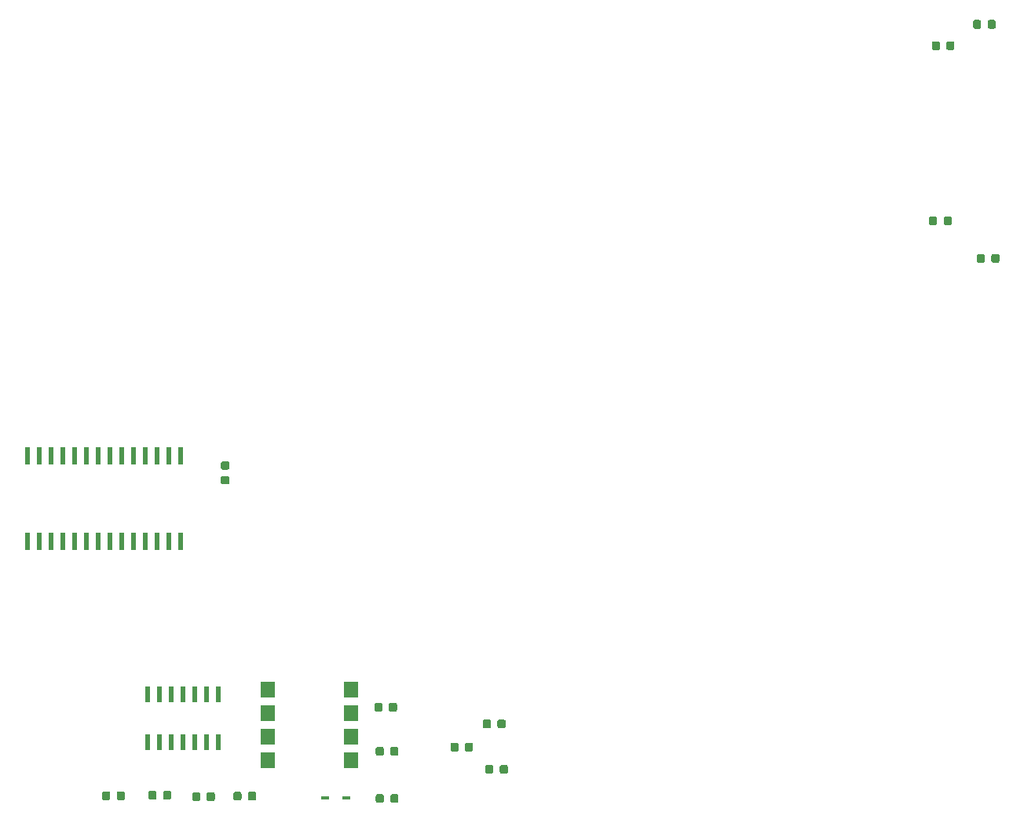
<source format=gbr>
G04 #@! TF.GenerationSoftware,KiCad,Pcbnew,(5.1.5-0-10_14)*
G04 #@! TF.CreationDate,2020-11-09T19:07:26-05:00*
G04 #@! TF.ProjectId,rainboard_newfighter,7261696e-626f-4617-9264-5f6e65776669,rev?*
G04 #@! TF.SameCoordinates,Original*
G04 #@! TF.FileFunction,Paste,Top*
G04 #@! TF.FilePolarity,Positive*
%FSLAX46Y46*%
G04 Gerber Fmt 4.6, Leading zero omitted, Abs format (unit mm)*
G04 Created by KiCad (PCBNEW (5.1.5-0-10_14)) date 2020-11-09 19:07:26*
%MOMM*%
%LPD*%
G04 APERTURE LIST*
%ADD10R,1.520000X1.780000*%
%ADD11C,0.100000*%
%ADD12R,0.820000X0.440000*%
%ADD13R,0.533400X1.701800*%
%ADD14R,0.600000X1.900000*%
G04 APERTURE END LIST*
D10*
X-17345000Y-110090000D03*
X-17345000Y-112630000D03*
X-17345000Y-115170000D03*
X-17345000Y-117710000D03*
X-26355000Y-117710000D03*
X-26355000Y-115170000D03*
X-26355000Y-112630000D03*
X-26355000Y-110090000D03*
D11*
G36*
X-32222309Y-121176053D02*
G01*
X-32201074Y-121179203D01*
X-32180250Y-121184419D01*
X-32160038Y-121191651D01*
X-32140632Y-121200830D01*
X-32122219Y-121211866D01*
X-32104976Y-121224654D01*
X-32089070Y-121239070D01*
X-32074654Y-121254976D01*
X-32061866Y-121272219D01*
X-32050830Y-121290632D01*
X-32041651Y-121310038D01*
X-32034419Y-121330250D01*
X-32029203Y-121351074D01*
X-32026053Y-121372309D01*
X-32025000Y-121393750D01*
X-32025000Y-121906250D01*
X-32026053Y-121927691D01*
X-32029203Y-121948926D01*
X-32034419Y-121969750D01*
X-32041651Y-121989962D01*
X-32050830Y-122009368D01*
X-32061866Y-122027781D01*
X-32074654Y-122045024D01*
X-32089070Y-122060930D01*
X-32104976Y-122075346D01*
X-32122219Y-122088134D01*
X-32140632Y-122099170D01*
X-32160038Y-122108349D01*
X-32180250Y-122115581D01*
X-32201074Y-122120797D01*
X-32222309Y-122123947D01*
X-32243750Y-122125000D01*
X-32681250Y-122125000D01*
X-32702691Y-122123947D01*
X-32723926Y-122120797D01*
X-32744750Y-122115581D01*
X-32764962Y-122108349D01*
X-32784368Y-122099170D01*
X-32802781Y-122088134D01*
X-32820024Y-122075346D01*
X-32835930Y-122060930D01*
X-32850346Y-122045024D01*
X-32863134Y-122027781D01*
X-32874170Y-122009368D01*
X-32883349Y-121989962D01*
X-32890581Y-121969750D01*
X-32895797Y-121948926D01*
X-32898947Y-121927691D01*
X-32900000Y-121906250D01*
X-32900000Y-121393750D01*
X-32898947Y-121372309D01*
X-32895797Y-121351074D01*
X-32890581Y-121330250D01*
X-32883349Y-121310038D01*
X-32874170Y-121290632D01*
X-32863134Y-121272219D01*
X-32850346Y-121254976D01*
X-32835930Y-121239070D01*
X-32820024Y-121224654D01*
X-32802781Y-121211866D01*
X-32784368Y-121200830D01*
X-32764962Y-121191651D01*
X-32744750Y-121184419D01*
X-32723926Y-121179203D01*
X-32702691Y-121176053D01*
X-32681250Y-121175000D01*
X-32243750Y-121175000D01*
X-32222309Y-121176053D01*
G37*
G36*
X-33797309Y-121176053D02*
G01*
X-33776074Y-121179203D01*
X-33755250Y-121184419D01*
X-33735038Y-121191651D01*
X-33715632Y-121200830D01*
X-33697219Y-121211866D01*
X-33679976Y-121224654D01*
X-33664070Y-121239070D01*
X-33649654Y-121254976D01*
X-33636866Y-121272219D01*
X-33625830Y-121290632D01*
X-33616651Y-121310038D01*
X-33609419Y-121330250D01*
X-33604203Y-121351074D01*
X-33601053Y-121372309D01*
X-33600000Y-121393750D01*
X-33600000Y-121906250D01*
X-33601053Y-121927691D01*
X-33604203Y-121948926D01*
X-33609419Y-121969750D01*
X-33616651Y-121989962D01*
X-33625830Y-122009368D01*
X-33636866Y-122027781D01*
X-33649654Y-122045024D01*
X-33664070Y-122060930D01*
X-33679976Y-122075346D01*
X-33697219Y-122088134D01*
X-33715632Y-122099170D01*
X-33735038Y-122108349D01*
X-33755250Y-122115581D01*
X-33776074Y-122120797D01*
X-33797309Y-122123947D01*
X-33818750Y-122125000D01*
X-34256250Y-122125000D01*
X-34277691Y-122123947D01*
X-34298926Y-122120797D01*
X-34319750Y-122115581D01*
X-34339962Y-122108349D01*
X-34359368Y-122099170D01*
X-34377781Y-122088134D01*
X-34395024Y-122075346D01*
X-34410930Y-122060930D01*
X-34425346Y-122045024D01*
X-34438134Y-122027781D01*
X-34449170Y-122009368D01*
X-34458349Y-121989962D01*
X-34465581Y-121969750D01*
X-34470797Y-121948926D01*
X-34473947Y-121927691D01*
X-34475000Y-121906250D01*
X-34475000Y-121393750D01*
X-34473947Y-121372309D01*
X-34470797Y-121351074D01*
X-34465581Y-121330250D01*
X-34458349Y-121310038D01*
X-34449170Y-121290632D01*
X-34438134Y-121272219D01*
X-34425346Y-121254976D01*
X-34410930Y-121239070D01*
X-34395024Y-121224654D01*
X-34377781Y-121211866D01*
X-34359368Y-121200830D01*
X-34339962Y-121191651D01*
X-34319750Y-121184419D01*
X-34298926Y-121179203D01*
X-34277691Y-121176053D01*
X-34256250Y-121175000D01*
X-33818750Y-121175000D01*
X-33797309Y-121176053D01*
G37*
G36*
X-13997309Y-116276053D02*
G01*
X-13976074Y-116279203D01*
X-13955250Y-116284419D01*
X-13935038Y-116291651D01*
X-13915632Y-116300830D01*
X-13897219Y-116311866D01*
X-13879976Y-116324654D01*
X-13864070Y-116339070D01*
X-13849654Y-116354976D01*
X-13836866Y-116372219D01*
X-13825830Y-116390632D01*
X-13816651Y-116410038D01*
X-13809419Y-116430250D01*
X-13804203Y-116451074D01*
X-13801053Y-116472309D01*
X-13800000Y-116493750D01*
X-13800000Y-117006250D01*
X-13801053Y-117027691D01*
X-13804203Y-117048926D01*
X-13809419Y-117069750D01*
X-13816651Y-117089962D01*
X-13825830Y-117109368D01*
X-13836866Y-117127781D01*
X-13849654Y-117145024D01*
X-13864070Y-117160930D01*
X-13879976Y-117175346D01*
X-13897219Y-117188134D01*
X-13915632Y-117199170D01*
X-13935038Y-117208349D01*
X-13955250Y-117215581D01*
X-13976074Y-117220797D01*
X-13997309Y-117223947D01*
X-14018750Y-117225000D01*
X-14456250Y-117225000D01*
X-14477691Y-117223947D01*
X-14498926Y-117220797D01*
X-14519750Y-117215581D01*
X-14539962Y-117208349D01*
X-14559368Y-117199170D01*
X-14577781Y-117188134D01*
X-14595024Y-117175346D01*
X-14610930Y-117160930D01*
X-14625346Y-117145024D01*
X-14638134Y-117127781D01*
X-14649170Y-117109368D01*
X-14658349Y-117089962D01*
X-14665581Y-117069750D01*
X-14670797Y-117048926D01*
X-14673947Y-117027691D01*
X-14675000Y-117006250D01*
X-14675000Y-116493750D01*
X-14673947Y-116472309D01*
X-14670797Y-116451074D01*
X-14665581Y-116430250D01*
X-14658349Y-116410038D01*
X-14649170Y-116390632D01*
X-14638134Y-116372219D01*
X-14625346Y-116354976D01*
X-14610930Y-116339070D01*
X-14595024Y-116324654D01*
X-14577781Y-116311866D01*
X-14559368Y-116300830D01*
X-14539962Y-116291651D01*
X-14519750Y-116284419D01*
X-14498926Y-116279203D01*
X-14477691Y-116276053D01*
X-14456250Y-116275000D01*
X-14018750Y-116275000D01*
X-13997309Y-116276053D01*
G37*
G36*
X-12422309Y-116276053D02*
G01*
X-12401074Y-116279203D01*
X-12380250Y-116284419D01*
X-12360038Y-116291651D01*
X-12340632Y-116300830D01*
X-12322219Y-116311866D01*
X-12304976Y-116324654D01*
X-12289070Y-116339070D01*
X-12274654Y-116354976D01*
X-12261866Y-116372219D01*
X-12250830Y-116390632D01*
X-12241651Y-116410038D01*
X-12234419Y-116430250D01*
X-12229203Y-116451074D01*
X-12226053Y-116472309D01*
X-12225000Y-116493750D01*
X-12225000Y-117006250D01*
X-12226053Y-117027691D01*
X-12229203Y-117048926D01*
X-12234419Y-117069750D01*
X-12241651Y-117089962D01*
X-12250830Y-117109368D01*
X-12261866Y-117127781D01*
X-12274654Y-117145024D01*
X-12289070Y-117160930D01*
X-12304976Y-117175346D01*
X-12322219Y-117188134D01*
X-12340632Y-117199170D01*
X-12360038Y-117208349D01*
X-12380250Y-117215581D01*
X-12401074Y-117220797D01*
X-12422309Y-117223947D01*
X-12443750Y-117225000D01*
X-12881250Y-117225000D01*
X-12902691Y-117223947D01*
X-12923926Y-117220797D01*
X-12944750Y-117215581D01*
X-12964962Y-117208349D01*
X-12984368Y-117199170D01*
X-13002781Y-117188134D01*
X-13020024Y-117175346D01*
X-13035930Y-117160930D01*
X-13050346Y-117145024D01*
X-13063134Y-117127781D01*
X-13074170Y-117109368D01*
X-13083349Y-117089962D01*
X-13090581Y-117069750D01*
X-13095797Y-117048926D01*
X-13098947Y-117027691D01*
X-13100000Y-117006250D01*
X-13100000Y-116493750D01*
X-13098947Y-116472309D01*
X-13095797Y-116451074D01*
X-13090581Y-116430250D01*
X-13083349Y-116410038D01*
X-13074170Y-116390632D01*
X-13063134Y-116372219D01*
X-13050346Y-116354976D01*
X-13035930Y-116339070D01*
X-13020024Y-116324654D01*
X-13002781Y-116311866D01*
X-12984368Y-116300830D01*
X-12964962Y-116291651D01*
X-12944750Y-116284419D01*
X-12923926Y-116279203D01*
X-12902691Y-116276053D01*
X-12881250Y-116275000D01*
X-12443750Y-116275000D01*
X-12422309Y-116276053D01*
G37*
D12*
X-20150000Y-121750000D03*
X-17850000Y-121750000D03*
D13*
X-31690000Y-115790800D03*
X-32960000Y-115790800D03*
X-34230000Y-115790800D03*
X-35500000Y-115790800D03*
X-36770000Y-115790800D03*
X-38040000Y-115790800D03*
X-39310000Y-115790800D03*
X-39310000Y-110609200D03*
X-38040000Y-110609200D03*
X-36770000Y-110609200D03*
X-35500000Y-110609200D03*
X-34230000Y-110609200D03*
X-32960000Y-110609200D03*
X-31690000Y-110609200D03*
D11*
G36*
X-5947309Y-115826053D02*
G01*
X-5926074Y-115829203D01*
X-5905250Y-115834419D01*
X-5885038Y-115841651D01*
X-5865632Y-115850830D01*
X-5847219Y-115861866D01*
X-5829976Y-115874654D01*
X-5814070Y-115889070D01*
X-5799654Y-115904976D01*
X-5786866Y-115922219D01*
X-5775830Y-115940632D01*
X-5766651Y-115960038D01*
X-5759419Y-115980250D01*
X-5754203Y-116001074D01*
X-5751053Y-116022309D01*
X-5750000Y-116043750D01*
X-5750000Y-116556250D01*
X-5751053Y-116577691D01*
X-5754203Y-116598926D01*
X-5759419Y-116619750D01*
X-5766651Y-116639962D01*
X-5775830Y-116659368D01*
X-5786866Y-116677781D01*
X-5799654Y-116695024D01*
X-5814070Y-116710930D01*
X-5829976Y-116725346D01*
X-5847219Y-116738134D01*
X-5865632Y-116749170D01*
X-5885038Y-116758349D01*
X-5905250Y-116765581D01*
X-5926074Y-116770797D01*
X-5947309Y-116773947D01*
X-5968750Y-116775000D01*
X-6406250Y-116775000D01*
X-6427691Y-116773947D01*
X-6448926Y-116770797D01*
X-6469750Y-116765581D01*
X-6489962Y-116758349D01*
X-6509368Y-116749170D01*
X-6527781Y-116738134D01*
X-6545024Y-116725346D01*
X-6560930Y-116710930D01*
X-6575346Y-116695024D01*
X-6588134Y-116677781D01*
X-6599170Y-116659368D01*
X-6608349Y-116639962D01*
X-6615581Y-116619750D01*
X-6620797Y-116598926D01*
X-6623947Y-116577691D01*
X-6625000Y-116556250D01*
X-6625000Y-116043750D01*
X-6623947Y-116022309D01*
X-6620797Y-116001074D01*
X-6615581Y-115980250D01*
X-6608349Y-115960038D01*
X-6599170Y-115940632D01*
X-6588134Y-115922219D01*
X-6575346Y-115904976D01*
X-6560930Y-115889070D01*
X-6545024Y-115874654D01*
X-6527781Y-115861866D01*
X-6509368Y-115850830D01*
X-6489962Y-115841651D01*
X-6469750Y-115834419D01*
X-6448926Y-115829203D01*
X-6427691Y-115826053D01*
X-6406250Y-115825000D01*
X-5968750Y-115825000D01*
X-5947309Y-115826053D01*
G37*
G36*
X-4372309Y-115826053D02*
G01*
X-4351074Y-115829203D01*
X-4330250Y-115834419D01*
X-4310038Y-115841651D01*
X-4290632Y-115850830D01*
X-4272219Y-115861866D01*
X-4254976Y-115874654D01*
X-4239070Y-115889070D01*
X-4224654Y-115904976D01*
X-4211866Y-115922219D01*
X-4200830Y-115940632D01*
X-4191651Y-115960038D01*
X-4184419Y-115980250D01*
X-4179203Y-116001074D01*
X-4176053Y-116022309D01*
X-4175000Y-116043750D01*
X-4175000Y-116556250D01*
X-4176053Y-116577691D01*
X-4179203Y-116598926D01*
X-4184419Y-116619750D01*
X-4191651Y-116639962D01*
X-4200830Y-116659368D01*
X-4211866Y-116677781D01*
X-4224654Y-116695024D01*
X-4239070Y-116710930D01*
X-4254976Y-116725346D01*
X-4272219Y-116738134D01*
X-4290632Y-116749170D01*
X-4310038Y-116758349D01*
X-4330250Y-116765581D01*
X-4351074Y-116770797D01*
X-4372309Y-116773947D01*
X-4393750Y-116775000D01*
X-4831250Y-116775000D01*
X-4852691Y-116773947D01*
X-4873926Y-116770797D01*
X-4894750Y-116765581D01*
X-4914962Y-116758349D01*
X-4934368Y-116749170D01*
X-4952781Y-116738134D01*
X-4970024Y-116725346D01*
X-4985930Y-116710930D01*
X-5000346Y-116695024D01*
X-5013134Y-116677781D01*
X-5024170Y-116659368D01*
X-5033349Y-116639962D01*
X-5040581Y-116619750D01*
X-5045797Y-116598926D01*
X-5048947Y-116577691D01*
X-5050000Y-116556250D01*
X-5050000Y-116043750D01*
X-5048947Y-116022309D01*
X-5045797Y-116001074D01*
X-5040581Y-115980250D01*
X-5033349Y-115960038D01*
X-5024170Y-115940632D01*
X-5013134Y-115922219D01*
X-5000346Y-115904976D01*
X-4985930Y-115889070D01*
X-4970024Y-115874654D01*
X-4952781Y-115861866D01*
X-4934368Y-115850830D01*
X-4914962Y-115841651D01*
X-4894750Y-115834419D01*
X-4873926Y-115829203D01*
X-4852691Y-115826053D01*
X-4831250Y-115825000D01*
X-4393750Y-115825000D01*
X-4372309Y-115826053D01*
G37*
G36*
X-2197309Y-118226053D02*
G01*
X-2176074Y-118229203D01*
X-2155250Y-118234419D01*
X-2135038Y-118241651D01*
X-2115632Y-118250830D01*
X-2097219Y-118261866D01*
X-2079976Y-118274654D01*
X-2064070Y-118289070D01*
X-2049654Y-118304976D01*
X-2036866Y-118322219D01*
X-2025830Y-118340632D01*
X-2016651Y-118360038D01*
X-2009419Y-118380250D01*
X-2004203Y-118401074D01*
X-2001053Y-118422309D01*
X-2000000Y-118443750D01*
X-2000000Y-118956250D01*
X-2001053Y-118977691D01*
X-2004203Y-118998926D01*
X-2009419Y-119019750D01*
X-2016651Y-119039962D01*
X-2025830Y-119059368D01*
X-2036866Y-119077781D01*
X-2049654Y-119095024D01*
X-2064070Y-119110930D01*
X-2079976Y-119125346D01*
X-2097219Y-119138134D01*
X-2115632Y-119149170D01*
X-2135038Y-119158349D01*
X-2155250Y-119165581D01*
X-2176074Y-119170797D01*
X-2197309Y-119173947D01*
X-2218750Y-119175000D01*
X-2656250Y-119175000D01*
X-2677691Y-119173947D01*
X-2698926Y-119170797D01*
X-2719750Y-119165581D01*
X-2739962Y-119158349D01*
X-2759368Y-119149170D01*
X-2777781Y-119138134D01*
X-2795024Y-119125346D01*
X-2810930Y-119110930D01*
X-2825346Y-119095024D01*
X-2838134Y-119077781D01*
X-2849170Y-119059368D01*
X-2858349Y-119039962D01*
X-2865581Y-119019750D01*
X-2870797Y-118998926D01*
X-2873947Y-118977691D01*
X-2875000Y-118956250D01*
X-2875000Y-118443750D01*
X-2873947Y-118422309D01*
X-2870797Y-118401074D01*
X-2865581Y-118380250D01*
X-2858349Y-118360038D01*
X-2849170Y-118340632D01*
X-2838134Y-118322219D01*
X-2825346Y-118304976D01*
X-2810930Y-118289070D01*
X-2795024Y-118274654D01*
X-2777781Y-118261866D01*
X-2759368Y-118250830D01*
X-2739962Y-118241651D01*
X-2719750Y-118234419D01*
X-2698926Y-118229203D01*
X-2677691Y-118226053D01*
X-2656250Y-118225000D01*
X-2218750Y-118225000D01*
X-2197309Y-118226053D01*
G37*
G36*
X-622309Y-118226053D02*
G01*
X-601074Y-118229203D01*
X-580250Y-118234419D01*
X-560038Y-118241651D01*
X-540632Y-118250830D01*
X-522219Y-118261866D01*
X-504976Y-118274654D01*
X-489070Y-118289070D01*
X-474654Y-118304976D01*
X-461866Y-118322219D01*
X-450830Y-118340632D01*
X-441651Y-118360038D01*
X-434419Y-118380250D01*
X-429203Y-118401074D01*
X-426053Y-118422309D01*
X-425000Y-118443750D01*
X-425000Y-118956250D01*
X-426053Y-118977691D01*
X-429203Y-118998926D01*
X-434419Y-119019750D01*
X-441651Y-119039962D01*
X-450830Y-119059368D01*
X-461866Y-119077781D01*
X-474654Y-119095024D01*
X-489070Y-119110930D01*
X-504976Y-119125346D01*
X-522219Y-119138134D01*
X-540632Y-119149170D01*
X-560038Y-119158349D01*
X-580250Y-119165581D01*
X-601074Y-119170797D01*
X-622309Y-119173947D01*
X-643750Y-119175000D01*
X-1081250Y-119175000D01*
X-1102691Y-119173947D01*
X-1123926Y-119170797D01*
X-1144750Y-119165581D01*
X-1164962Y-119158349D01*
X-1184368Y-119149170D01*
X-1202781Y-119138134D01*
X-1220024Y-119125346D01*
X-1235930Y-119110930D01*
X-1250346Y-119095024D01*
X-1263134Y-119077781D01*
X-1274170Y-119059368D01*
X-1283349Y-119039962D01*
X-1290581Y-119019750D01*
X-1295797Y-118998926D01*
X-1298947Y-118977691D01*
X-1300000Y-118956250D01*
X-1300000Y-118443750D01*
X-1298947Y-118422309D01*
X-1295797Y-118401074D01*
X-1290581Y-118380250D01*
X-1283349Y-118360038D01*
X-1274170Y-118340632D01*
X-1263134Y-118322219D01*
X-1250346Y-118304976D01*
X-1235930Y-118289070D01*
X-1220024Y-118274654D01*
X-1202781Y-118261866D01*
X-1184368Y-118250830D01*
X-1164962Y-118241651D01*
X-1144750Y-118234419D01*
X-1123926Y-118229203D01*
X-1102691Y-118226053D01*
X-1081250Y-118225000D01*
X-643750Y-118225000D01*
X-622309Y-118226053D01*
G37*
G36*
X-13997309Y-121376053D02*
G01*
X-13976074Y-121379203D01*
X-13955250Y-121384419D01*
X-13935038Y-121391651D01*
X-13915632Y-121400830D01*
X-13897219Y-121411866D01*
X-13879976Y-121424654D01*
X-13864070Y-121439070D01*
X-13849654Y-121454976D01*
X-13836866Y-121472219D01*
X-13825830Y-121490632D01*
X-13816651Y-121510038D01*
X-13809419Y-121530250D01*
X-13804203Y-121551074D01*
X-13801053Y-121572309D01*
X-13800000Y-121593750D01*
X-13800000Y-122106250D01*
X-13801053Y-122127691D01*
X-13804203Y-122148926D01*
X-13809419Y-122169750D01*
X-13816651Y-122189962D01*
X-13825830Y-122209368D01*
X-13836866Y-122227781D01*
X-13849654Y-122245024D01*
X-13864070Y-122260930D01*
X-13879976Y-122275346D01*
X-13897219Y-122288134D01*
X-13915632Y-122299170D01*
X-13935038Y-122308349D01*
X-13955250Y-122315581D01*
X-13976074Y-122320797D01*
X-13997309Y-122323947D01*
X-14018750Y-122325000D01*
X-14456250Y-122325000D01*
X-14477691Y-122323947D01*
X-14498926Y-122320797D01*
X-14519750Y-122315581D01*
X-14539962Y-122308349D01*
X-14559368Y-122299170D01*
X-14577781Y-122288134D01*
X-14595024Y-122275346D01*
X-14610930Y-122260930D01*
X-14625346Y-122245024D01*
X-14638134Y-122227781D01*
X-14649170Y-122209368D01*
X-14658349Y-122189962D01*
X-14665581Y-122169750D01*
X-14670797Y-122148926D01*
X-14673947Y-122127691D01*
X-14675000Y-122106250D01*
X-14675000Y-121593750D01*
X-14673947Y-121572309D01*
X-14670797Y-121551074D01*
X-14665581Y-121530250D01*
X-14658349Y-121510038D01*
X-14649170Y-121490632D01*
X-14638134Y-121472219D01*
X-14625346Y-121454976D01*
X-14610930Y-121439070D01*
X-14595024Y-121424654D01*
X-14577781Y-121411866D01*
X-14559368Y-121400830D01*
X-14539962Y-121391651D01*
X-14519750Y-121384419D01*
X-14498926Y-121379203D01*
X-14477691Y-121376053D01*
X-14456250Y-121375000D01*
X-14018750Y-121375000D01*
X-13997309Y-121376053D01*
G37*
G36*
X-12422309Y-121376053D02*
G01*
X-12401074Y-121379203D01*
X-12380250Y-121384419D01*
X-12360038Y-121391651D01*
X-12340632Y-121400830D01*
X-12322219Y-121411866D01*
X-12304976Y-121424654D01*
X-12289070Y-121439070D01*
X-12274654Y-121454976D01*
X-12261866Y-121472219D01*
X-12250830Y-121490632D01*
X-12241651Y-121510038D01*
X-12234419Y-121530250D01*
X-12229203Y-121551074D01*
X-12226053Y-121572309D01*
X-12225000Y-121593750D01*
X-12225000Y-122106250D01*
X-12226053Y-122127691D01*
X-12229203Y-122148926D01*
X-12234419Y-122169750D01*
X-12241651Y-122189962D01*
X-12250830Y-122209368D01*
X-12261866Y-122227781D01*
X-12274654Y-122245024D01*
X-12289070Y-122260930D01*
X-12304976Y-122275346D01*
X-12322219Y-122288134D01*
X-12340632Y-122299170D01*
X-12360038Y-122308349D01*
X-12380250Y-122315581D01*
X-12401074Y-122320797D01*
X-12422309Y-122323947D01*
X-12443750Y-122325000D01*
X-12881250Y-122325000D01*
X-12902691Y-122323947D01*
X-12923926Y-122320797D01*
X-12944750Y-122315581D01*
X-12964962Y-122308349D01*
X-12984368Y-122299170D01*
X-13002781Y-122288134D01*
X-13020024Y-122275346D01*
X-13035930Y-122260930D01*
X-13050346Y-122245024D01*
X-13063134Y-122227781D01*
X-13074170Y-122209368D01*
X-13083349Y-122189962D01*
X-13090581Y-122169750D01*
X-13095797Y-122148926D01*
X-13098947Y-122127691D01*
X-13100000Y-122106250D01*
X-13100000Y-121593750D01*
X-13098947Y-121572309D01*
X-13095797Y-121551074D01*
X-13090581Y-121530250D01*
X-13083349Y-121510038D01*
X-13074170Y-121490632D01*
X-13063134Y-121472219D01*
X-13050346Y-121454976D01*
X-13035930Y-121439070D01*
X-13020024Y-121424654D01*
X-13002781Y-121411866D01*
X-12984368Y-121400830D01*
X-12964962Y-121391651D01*
X-12944750Y-121384419D01*
X-12923926Y-121379203D01*
X-12902691Y-121376053D01*
X-12881250Y-121375000D01*
X-12443750Y-121375000D01*
X-12422309Y-121376053D01*
G37*
D14*
X-52255000Y-84895000D03*
X-50985000Y-84895000D03*
X-49715000Y-84895000D03*
X-48445000Y-84895000D03*
X-47175000Y-84895000D03*
X-45905000Y-84895000D03*
X-44635000Y-84895000D03*
X-43365000Y-84895000D03*
X-42095000Y-84895000D03*
X-40825000Y-84895000D03*
X-39555000Y-84895000D03*
X-38285000Y-84895000D03*
X-37015000Y-84895000D03*
X-35745000Y-84895000D03*
X-35745000Y-94105000D03*
X-37015000Y-94105000D03*
X-38285000Y-94105000D03*
X-39555000Y-94105000D03*
X-40825000Y-94105000D03*
X-42095000Y-94105000D03*
X-43365000Y-94105000D03*
X-44635000Y-94105000D03*
X-45905000Y-94105000D03*
X-47175000Y-94105000D03*
X-48445000Y-94105000D03*
X-49715000Y-94105000D03*
X-50985000Y-94105000D03*
X-52255000Y-94105000D03*
D11*
G36*
X-12572309Y-111526053D02*
G01*
X-12551074Y-111529203D01*
X-12530250Y-111534419D01*
X-12510038Y-111541651D01*
X-12490632Y-111550830D01*
X-12472219Y-111561866D01*
X-12454976Y-111574654D01*
X-12439070Y-111589070D01*
X-12424654Y-111604976D01*
X-12411866Y-111622219D01*
X-12400830Y-111640632D01*
X-12391651Y-111660038D01*
X-12384419Y-111680250D01*
X-12379203Y-111701074D01*
X-12376053Y-111722309D01*
X-12375000Y-111743750D01*
X-12375000Y-112256250D01*
X-12376053Y-112277691D01*
X-12379203Y-112298926D01*
X-12384419Y-112319750D01*
X-12391651Y-112339962D01*
X-12400830Y-112359368D01*
X-12411866Y-112377781D01*
X-12424654Y-112395024D01*
X-12439070Y-112410930D01*
X-12454976Y-112425346D01*
X-12472219Y-112438134D01*
X-12490632Y-112449170D01*
X-12510038Y-112458349D01*
X-12530250Y-112465581D01*
X-12551074Y-112470797D01*
X-12572309Y-112473947D01*
X-12593750Y-112475000D01*
X-13031250Y-112475000D01*
X-13052691Y-112473947D01*
X-13073926Y-112470797D01*
X-13094750Y-112465581D01*
X-13114962Y-112458349D01*
X-13134368Y-112449170D01*
X-13152781Y-112438134D01*
X-13170024Y-112425346D01*
X-13185930Y-112410930D01*
X-13200346Y-112395024D01*
X-13213134Y-112377781D01*
X-13224170Y-112359368D01*
X-13233349Y-112339962D01*
X-13240581Y-112319750D01*
X-13245797Y-112298926D01*
X-13248947Y-112277691D01*
X-13250000Y-112256250D01*
X-13250000Y-111743750D01*
X-13248947Y-111722309D01*
X-13245797Y-111701074D01*
X-13240581Y-111680250D01*
X-13233349Y-111660038D01*
X-13224170Y-111640632D01*
X-13213134Y-111622219D01*
X-13200346Y-111604976D01*
X-13185930Y-111589070D01*
X-13170024Y-111574654D01*
X-13152781Y-111561866D01*
X-13134368Y-111550830D01*
X-13114962Y-111541651D01*
X-13094750Y-111534419D01*
X-13073926Y-111529203D01*
X-13052691Y-111526053D01*
X-13031250Y-111525000D01*
X-12593750Y-111525000D01*
X-12572309Y-111526053D01*
G37*
G36*
X-14147309Y-111526053D02*
G01*
X-14126074Y-111529203D01*
X-14105250Y-111534419D01*
X-14085038Y-111541651D01*
X-14065632Y-111550830D01*
X-14047219Y-111561866D01*
X-14029976Y-111574654D01*
X-14014070Y-111589070D01*
X-13999654Y-111604976D01*
X-13986866Y-111622219D01*
X-13975830Y-111640632D01*
X-13966651Y-111660038D01*
X-13959419Y-111680250D01*
X-13954203Y-111701074D01*
X-13951053Y-111722309D01*
X-13950000Y-111743750D01*
X-13950000Y-112256250D01*
X-13951053Y-112277691D01*
X-13954203Y-112298926D01*
X-13959419Y-112319750D01*
X-13966651Y-112339962D01*
X-13975830Y-112359368D01*
X-13986866Y-112377781D01*
X-13999654Y-112395024D01*
X-14014070Y-112410930D01*
X-14029976Y-112425346D01*
X-14047219Y-112438134D01*
X-14065632Y-112449170D01*
X-14085038Y-112458349D01*
X-14105250Y-112465581D01*
X-14126074Y-112470797D01*
X-14147309Y-112473947D01*
X-14168750Y-112475000D01*
X-14606250Y-112475000D01*
X-14627691Y-112473947D01*
X-14648926Y-112470797D01*
X-14669750Y-112465581D01*
X-14689962Y-112458349D01*
X-14709368Y-112449170D01*
X-14727781Y-112438134D01*
X-14745024Y-112425346D01*
X-14760930Y-112410930D01*
X-14775346Y-112395024D01*
X-14788134Y-112377781D01*
X-14799170Y-112359368D01*
X-14808349Y-112339962D01*
X-14815581Y-112319750D01*
X-14820797Y-112298926D01*
X-14823947Y-112277691D01*
X-14825000Y-112256250D01*
X-14825000Y-111743750D01*
X-14823947Y-111722309D01*
X-14820797Y-111701074D01*
X-14815581Y-111680250D01*
X-14808349Y-111660038D01*
X-14799170Y-111640632D01*
X-14788134Y-111622219D01*
X-14775346Y-111604976D01*
X-14760930Y-111589070D01*
X-14745024Y-111574654D01*
X-14727781Y-111561866D01*
X-14709368Y-111550830D01*
X-14689962Y-111541651D01*
X-14669750Y-111534419D01*
X-14648926Y-111529203D01*
X-14627691Y-111526053D01*
X-14606250Y-111525000D01*
X-14168750Y-111525000D01*
X-14147309Y-111526053D01*
G37*
G36*
X-38497309Y-121026053D02*
G01*
X-38476074Y-121029203D01*
X-38455250Y-121034419D01*
X-38435038Y-121041651D01*
X-38415632Y-121050830D01*
X-38397219Y-121061866D01*
X-38379976Y-121074654D01*
X-38364070Y-121089070D01*
X-38349654Y-121104976D01*
X-38336866Y-121122219D01*
X-38325830Y-121140632D01*
X-38316651Y-121160038D01*
X-38309419Y-121180250D01*
X-38304203Y-121201074D01*
X-38301053Y-121222309D01*
X-38300000Y-121243750D01*
X-38300000Y-121756250D01*
X-38301053Y-121777691D01*
X-38304203Y-121798926D01*
X-38309419Y-121819750D01*
X-38316651Y-121839962D01*
X-38325830Y-121859368D01*
X-38336866Y-121877781D01*
X-38349654Y-121895024D01*
X-38364070Y-121910930D01*
X-38379976Y-121925346D01*
X-38397219Y-121938134D01*
X-38415632Y-121949170D01*
X-38435038Y-121958349D01*
X-38455250Y-121965581D01*
X-38476074Y-121970797D01*
X-38497309Y-121973947D01*
X-38518750Y-121975000D01*
X-38956250Y-121975000D01*
X-38977691Y-121973947D01*
X-38998926Y-121970797D01*
X-39019750Y-121965581D01*
X-39039962Y-121958349D01*
X-39059368Y-121949170D01*
X-39077781Y-121938134D01*
X-39095024Y-121925346D01*
X-39110930Y-121910930D01*
X-39125346Y-121895024D01*
X-39138134Y-121877781D01*
X-39149170Y-121859368D01*
X-39158349Y-121839962D01*
X-39165581Y-121819750D01*
X-39170797Y-121798926D01*
X-39173947Y-121777691D01*
X-39175000Y-121756250D01*
X-39175000Y-121243750D01*
X-39173947Y-121222309D01*
X-39170797Y-121201074D01*
X-39165581Y-121180250D01*
X-39158349Y-121160038D01*
X-39149170Y-121140632D01*
X-39138134Y-121122219D01*
X-39125346Y-121104976D01*
X-39110930Y-121089070D01*
X-39095024Y-121074654D01*
X-39077781Y-121061866D01*
X-39059368Y-121050830D01*
X-39039962Y-121041651D01*
X-39019750Y-121034419D01*
X-38998926Y-121029203D01*
X-38977691Y-121026053D01*
X-38956250Y-121025000D01*
X-38518750Y-121025000D01*
X-38497309Y-121026053D01*
G37*
G36*
X-36922309Y-121026053D02*
G01*
X-36901074Y-121029203D01*
X-36880250Y-121034419D01*
X-36860038Y-121041651D01*
X-36840632Y-121050830D01*
X-36822219Y-121061866D01*
X-36804976Y-121074654D01*
X-36789070Y-121089070D01*
X-36774654Y-121104976D01*
X-36761866Y-121122219D01*
X-36750830Y-121140632D01*
X-36741651Y-121160038D01*
X-36734419Y-121180250D01*
X-36729203Y-121201074D01*
X-36726053Y-121222309D01*
X-36725000Y-121243750D01*
X-36725000Y-121756250D01*
X-36726053Y-121777691D01*
X-36729203Y-121798926D01*
X-36734419Y-121819750D01*
X-36741651Y-121839962D01*
X-36750830Y-121859368D01*
X-36761866Y-121877781D01*
X-36774654Y-121895024D01*
X-36789070Y-121910930D01*
X-36804976Y-121925346D01*
X-36822219Y-121938134D01*
X-36840632Y-121949170D01*
X-36860038Y-121958349D01*
X-36880250Y-121965581D01*
X-36901074Y-121970797D01*
X-36922309Y-121973947D01*
X-36943750Y-121975000D01*
X-37381250Y-121975000D01*
X-37402691Y-121973947D01*
X-37423926Y-121970797D01*
X-37444750Y-121965581D01*
X-37464962Y-121958349D01*
X-37484368Y-121949170D01*
X-37502781Y-121938134D01*
X-37520024Y-121925346D01*
X-37535930Y-121910930D01*
X-37550346Y-121895024D01*
X-37563134Y-121877781D01*
X-37574170Y-121859368D01*
X-37583349Y-121839962D01*
X-37590581Y-121819750D01*
X-37595797Y-121798926D01*
X-37598947Y-121777691D01*
X-37600000Y-121756250D01*
X-37600000Y-121243750D01*
X-37598947Y-121222309D01*
X-37595797Y-121201074D01*
X-37590581Y-121180250D01*
X-37583349Y-121160038D01*
X-37574170Y-121140632D01*
X-37563134Y-121122219D01*
X-37550346Y-121104976D01*
X-37535930Y-121089070D01*
X-37520024Y-121074654D01*
X-37502781Y-121061866D01*
X-37484368Y-121050830D01*
X-37464962Y-121041651D01*
X-37444750Y-121034419D01*
X-37423926Y-121029203D01*
X-37402691Y-121026053D01*
X-37381250Y-121025000D01*
X-36943750Y-121025000D01*
X-36922309Y-121026053D01*
G37*
G36*
X-43497309Y-121076053D02*
G01*
X-43476074Y-121079203D01*
X-43455250Y-121084419D01*
X-43435038Y-121091651D01*
X-43415632Y-121100830D01*
X-43397219Y-121111866D01*
X-43379976Y-121124654D01*
X-43364070Y-121139070D01*
X-43349654Y-121154976D01*
X-43336866Y-121172219D01*
X-43325830Y-121190632D01*
X-43316651Y-121210038D01*
X-43309419Y-121230250D01*
X-43304203Y-121251074D01*
X-43301053Y-121272309D01*
X-43300000Y-121293750D01*
X-43300000Y-121806250D01*
X-43301053Y-121827691D01*
X-43304203Y-121848926D01*
X-43309419Y-121869750D01*
X-43316651Y-121889962D01*
X-43325830Y-121909368D01*
X-43336866Y-121927781D01*
X-43349654Y-121945024D01*
X-43364070Y-121960930D01*
X-43379976Y-121975346D01*
X-43397219Y-121988134D01*
X-43415632Y-121999170D01*
X-43435038Y-122008349D01*
X-43455250Y-122015581D01*
X-43476074Y-122020797D01*
X-43497309Y-122023947D01*
X-43518750Y-122025000D01*
X-43956250Y-122025000D01*
X-43977691Y-122023947D01*
X-43998926Y-122020797D01*
X-44019750Y-122015581D01*
X-44039962Y-122008349D01*
X-44059368Y-121999170D01*
X-44077781Y-121988134D01*
X-44095024Y-121975346D01*
X-44110930Y-121960930D01*
X-44125346Y-121945024D01*
X-44138134Y-121927781D01*
X-44149170Y-121909368D01*
X-44158349Y-121889962D01*
X-44165581Y-121869750D01*
X-44170797Y-121848926D01*
X-44173947Y-121827691D01*
X-44175000Y-121806250D01*
X-44175000Y-121293750D01*
X-44173947Y-121272309D01*
X-44170797Y-121251074D01*
X-44165581Y-121230250D01*
X-44158349Y-121210038D01*
X-44149170Y-121190632D01*
X-44138134Y-121172219D01*
X-44125346Y-121154976D01*
X-44110930Y-121139070D01*
X-44095024Y-121124654D01*
X-44077781Y-121111866D01*
X-44059368Y-121100830D01*
X-44039962Y-121091651D01*
X-44019750Y-121084419D01*
X-43998926Y-121079203D01*
X-43977691Y-121076053D01*
X-43956250Y-121075000D01*
X-43518750Y-121075000D01*
X-43497309Y-121076053D01*
G37*
G36*
X-41922309Y-121076053D02*
G01*
X-41901074Y-121079203D01*
X-41880250Y-121084419D01*
X-41860038Y-121091651D01*
X-41840632Y-121100830D01*
X-41822219Y-121111866D01*
X-41804976Y-121124654D01*
X-41789070Y-121139070D01*
X-41774654Y-121154976D01*
X-41761866Y-121172219D01*
X-41750830Y-121190632D01*
X-41741651Y-121210038D01*
X-41734419Y-121230250D01*
X-41729203Y-121251074D01*
X-41726053Y-121272309D01*
X-41725000Y-121293750D01*
X-41725000Y-121806250D01*
X-41726053Y-121827691D01*
X-41729203Y-121848926D01*
X-41734419Y-121869750D01*
X-41741651Y-121889962D01*
X-41750830Y-121909368D01*
X-41761866Y-121927781D01*
X-41774654Y-121945024D01*
X-41789070Y-121960930D01*
X-41804976Y-121975346D01*
X-41822219Y-121988134D01*
X-41840632Y-121999170D01*
X-41860038Y-122008349D01*
X-41880250Y-122015581D01*
X-41901074Y-122020797D01*
X-41922309Y-122023947D01*
X-41943750Y-122025000D01*
X-42381250Y-122025000D01*
X-42402691Y-122023947D01*
X-42423926Y-122020797D01*
X-42444750Y-122015581D01*
X-42464962Y-122008349D01*
X-42484368Y-121999170D01*
X-42502781Y-121988134D01*
X-42520024Y-121975346D01*
X-42535930Y-121960930D01*
X-42550346Y-121945024D01*
X-42563134Y-121927781D01*
X-42574170Y-121909368D01*
X-42583349Y-121889962D01*
X-42590581Y-121869750D01*
X-42595797Y-121848926D01*
X-42598947Y-121827691D01*
X-42600000Y-121806250D01*
X-42600000Y-121293750D01*
X-42598947Y-121272309D01*
X-42595797Y-121251074D01*
X-42590581Y-121230250D01*
X-42583349Y-121210038D01*
X-42574170Y-121190632D01*
X-42563134Y-121172219D01*
X-42550346Y-121154976D01*
X-42535930Y-121139070D01*
X-42520024Y-121124654D01*
X-42502781Y-121111866D01*
X-42484368Y-121100830D01*
X-42464962Y-121091651D01*
X-42444750Y-121084419D01*
X-42423926Y-121079203D01*
X-42402691Y-121076053D01*
X-42381250Y-121075000D01*
X-41943750Y-121075000D01*
X-41922309Y-121076053D01*
G37*
G36*
X-29347309Y-121126053D02*
G01*
X-29326074Y-121129203D01*
X-29305250Y-121134419D01*
X-29285038Y-121141651D01*
X-29265632Y-121150830D01*
X-29247219Y-121161866D01*
X-29229976Y-121174654D01*
X-29214070Y-121189070D01*
X-29199654Y-121204976D01*
X-29186866Y-121222219D01*
X-29175830Y-121240632D01*
X-29166651Y-121260038D01*
X-29159419Y-121280250D01*
X-29154203Y-121301074D01*
X-29151053Y-121322309D01*
X-29150000Y-121343750D01*
X-29150000Y-121856250D01*
X-29151053Y-121877691D01*
X-29154203Y-121898926D01*
X-29159419Y-121919750D01*
X-29166651Y-121939962D01*
X-29175830Y-121959368D01*
X-29186866Y-121977781D01*
X-29199654Y-121995024D01*
X-29214070Y-122010930D01*
X-29229976Y-122025346D01*
X-29247219Y-122038134D01*
X-29265632Y-122049170D01*
X-29285038Y-122058349D01*
X-29305250Y-122065581D01*
X-29326074Y-122070797D01*
X-29347309Y-122073947D01*
X-29368750Y-122075000D01*
X-29806250Y-122075000D01*
X-29827691Y-122073947D01*
X-29848926Y-122070797D01*
X-29869750Y-122065581D01*
X-29889962Y-122058349D01*
X-29909368Y-122049170D01*
X-29927781Y-122038134D01*
X-29945024Y-122025346D01*
X-29960930Y-122010930D01*
X-29975346Y-121995024D01*
X-29988134Y-121977781D01*
X-29999170Y-121959368D01*
X-30008349Y-121939962D01*
X-30015581Y-121919750D01*
X-30020797Y-121898926D01*
X-30023947Y-121877691D01*
X-30025000Y-121856250D01*
X-30025000Y-121343750D01*
X-30023947Y-121322309D01*
X-30020797Y-121301074D01*
X-30015581Y-121280250D01*
X-30008349Y-121260038D01*
X-29999170Y-121240632D01*
X-29988134Y-121222219D01*
X-29975346Y-121204976D01*
X-29960930Y-121189070D01*
X-29945024Y-121174654D01*
X-29927781Y-121161866D01*
X-29909368Y-121150830D01*
X-29889962Y-121141651D01*
X-29869750Y-121134419D01*
X-29848926Y-121129203D01*
X-29827691Y-121126053D01*
X-29806250Y-121125000D01*
X-29368750Y-121125000D01*
X-29347309Y-121126053D01*
G37*
G36*
X-27772309Y-121126053D02*
G01*
X-27751074Y-121129203D01*
X-27730250Y-121134419D01*
X-27710038Y-121141651D01*
X-27690632Y-121150830D01*
X-27672219Y-121161866D01*
X-27654976Y-121174654D01*
X-27639070Y-121189070D01*
X-27624654Y-121204976D01*
X-27611866Y-121222219D01*
X-27600830Y-121240632D01*
X-27591651Y-121260038D01*
X-27584419Y-121280250D01*
X-27579203Y-121301074D01*
X-27576053Y-121322309D01*
X-27575000Y-121343750D01*
X-27575000Y-121856250D01*
X-27576053Y-121877691D01*
X-27579203Y-121898926D01*
X-27584419Y-121919750D01*
X-27591651Y-121939962D01*
X-27600830Y-121959368D01*
X-27611866Y-121977781D01*
X-27624654Y-121995024D01*
X-27639070Y-122010930D01*
X-27654976Y-122025346D01*
X-27672219Y-122038134D01*
X-27690632Y-122049170D01*
X-27710038Y-122058349D01*
X-27730250Y-122065581D01*
X-27751074Y-122070797D01*
X-27772309Y-122073947D01*
X-27793750Y-122075000D01*
X-28231250Y-122075000D01*
X-28252691Y-122073947D01*
X-28273926Y-122070797D01*
X-28294750Y-122065581D01*
X-28314962Y-122058349D01*
X-28334368Y-122049170D01*
X-28352781Y-122038134D01*
X-28370024Y-122025346D01*
X-28385930Y-122010930D01*
X-28400346Y-121995024D01*
X-28413134Y-121977781D01*
X-28424170Y-121959368D01*
X-28433349Y-121939962D01*
X-28440581Y-121919750D01*
X-28445797Y-121898926D01*
X-28448947Y-121877691D01*
X-28450000Y-121856250D01*
X-28450000Y-121343750D01*
X-28448947Y-121322309D01*
X-28445797Y-121301074D01*
X-28440581Y-121280250D01*
X-28433349Y-121260038D01*
X-28424170Y-121240632D01*
X-28413134Y-121222219D01*
X-28400346Y-121204976D01*
X-28385930Y-121189070D01*
X-28370024Y-121174654D01*
X-28352781Y-121161866D01*
X-28334368Y-121150830D01*
X-28314962Y-121141651D01*
X-28294750Y-121134419D01*
X-28273926Y-121129203D01*
X-28252691Y-121126053D01*
X-28231250Y-121125000D01*
X-27793750Y-121125000D01*
X-27772309Y-121126053D01*
G37*
G36*
X47227691Y-59026053D02*
G01*
X47248926Y-59029203D01*
X47269750Y-59034419D01*
X47289962Y-59041651D01*
X47309368Y-59050830D01*
X47327781Y-59061866D01*
X47345024Y-59074654D01*
X47360930Y-59089070D01*
X47375346Y-59104976D01*
X47388134Y-59122219D01*
X47399170Y-59140632D01*
X47408349Y-59160038D01*
X47415581Y-59180250D01*
X47420797Y-59201074D01*
X47423947Y-59222309D01*
X47425000Y-59243750D01*
X47425000Y-59756250D01*
X47423947Y-59777691D01*
X47420797Y-59798926D01*
X47415581Y-59819750D01*
X47408349Y-59839962D01*
X47399170Y-59859368D01*
X47388134Y-59877781D01*
X47375346Y-59895024D01*
X47360930Y-59910930D01*
X47345024Y-59925346D01*
X47327781Y-59938134D01*
X47309368Y-59949170D01*
X47289962Y-59958349D01*
X47269750Y-59965581D01*
X47248926Y-59970797D01*
X47227691Y-59973947D01*
X47206250Y-59975000D01*
X46768750Y-59975000D01*
X46747309Y-59973947D01*
X46726074Y-59970797D01*
X46705250Y-59965581D01*
X46685038Y-59958349D01*
X46665632Y-59949170D01*
X46647219Y-59938134D01*
X46629976Y-59925346D01*
X46614070Y-59910930D01*
X46599654Y-59895024D01*
X46586866Y-59877781D01*
X46575830Y-59859368D01*
X46566651Y-59839962D01*
X46559419Y-59819750D01*
X46554203Y-59798926D01*
X46551053Y-59777691D01*
X46550000Y-59756250D01*
X46550000Y-59243750D01*
X46551053Y-59222309D01*
X46554203Y-59201074D01*
X46559419Y-59180250D01*
X46566651Y-59160038D01*
X46575830Y-59140632D01*
X46586866Y-59122219D01*
X46599654Y-59104976D01*
X46614070Y-59089070D01*
X46629976Y-59074654D01*
X46647219Y-59061866D01*
X46665632Y-59050830D01*
X46685038Y-59041651D01*
X46705250Y-59034419D01*
X46726074Y-59029203D01*
X46747309Y-59026053D01*
X46768750Y-59025000D01*
X47206250Y-59025000D01*
X47227691Y-59026053D01*
G37*
G36*
X45652691Y-59026053D02*
G01*
X45673926Y-59029203D01*
X45694750Y-59034419D01*
X45714962Y-59041651D01*
X45734368Y-59050830D01*
X45752781Y-59061866D01*
X45770024Y-59074654D01*
X45785930Y-59089070D01*
X45800346Y-59104976D01*
X45813134Y-59122219D01*
X45824170Y-59140632D01*
X45833349Y-59160038D01*
X45840581Y-59180250D01*
X45845797Y-59201074D01*
X45848947Y-59222309D01*
X45850000Y-59243750D01*
X45850000Y-59756250D01*
X45848947Y-59777691D01*
X45845797Y-59798926D01*
X45840581Y-59819750D01*
X45833349Y-59839962D01*
X45824170Y-59859368D01*
X45813134Y-59877781D01*
X45800346Y-59895024D01*
X45785930Y-59910930D01*
X45770024Y-59925346D01*
X45752781Y-59938134D01*
X45734368Y-59949170D01*
X45714962Y-59958349D01*
X45694750Y-59965581D01*
X45673926Y-59970797D01*
X45652691Y-59973947D01*
X45631250Y-59975000D01*
X45193750Y-59975000D01*
X45172309Y-59973947D01*
X45151074Y-59970797D01*
X45130250Y-59965581D01*
X45110038Y-59958349D01*
X45090632Y-59949170D01*
X45072219Y-59938134D01*
X45054976Y-59925346D01*
X45039070Y-59910930D01*
X45024654Y-59895024D01*
X45011866Y-59877781D01*
X45000830Y-59859368D01*
X44991651Y-59839962D01*
X44984419Y-59819750D01*
X44979203Y-59798926D01*
X44976053Y-59777691D01*
X44975000Y-59756250D01*
X44975000Y-59243750D01*
X44976053Y-59222309D01*
X44979203Y-59201074D01*
X44984419Y-59180250D01*
X44991651Y-59160038D01*
X45000830Y-59140632D01*
X45011866Y-59122219D01*
X45024654Y-59104976D01*
X45039070Y-59089070D01*
X45054976Y-59074654D01*
X45072219Y-59061866D01*
X45090632Y-59050830D01*
X45110038Y-59041651D01*
X45130250Y-59034419D01*
X45151074Y-59029203D01*
X45172309Y-59026053D01*
X45193750Y-59025000D01*
X45631250Y-59025000D01*
X45652691Y-59026053D01*
G37*
G36*
X51977691Y-37826053D02*
G01*
X51998926Y-37829203D01*
X52019750Y-37834419D01*
X52039962Y-37841651D01*
X52059368Y-37850830D01*
X52077781Y-37861866D01*
X52095024Y-37874654D01*
X52110930Y-37889070D01*
X52125346Y-37904976D01*
X52138134Y-37922219D01*
X52149170Y-37940632D01*
X52158349Y-37960038D01*
X52165581Y-37980250D01*
X52170797Y-38001074D01*
X52173947Y-38022309D01*
X52175000Y-38043750D01*
X52175000Y-38556250D01*
X52173947Y-38577691D01*
X52170797Y-38598926D01*
X52165581Y-38619750D01*
X52158349Y-38639962D01*
X52149170Y-38659368D01*
X52138134Y-38677781D01*
X52125346Y-38695024D01*
X52110930Y-38710930D01*
X52095024Y-38725346D01*
X52077781Y-38738134D01*
X52059368Y-38749170D01*
X52039962Y-38758349D01*
X52019750Y-38765581D01*
X51998926Y-38770797D01*
X51977691Y-38773947D01*
X51956250Y-38775000D01*
X51518750Y-38775000D01*
X51497309Y-38773947D01*
X51476074Y-38770797D01*
X51455250Y-38765581D01*
X51435038Y-38758349D01*
X51415632Y-38749170D01*
X51397219Y-38738134D01*
X51379976Y-38725346D01*
X51364070Y-38710930D01*
X51349654Y-38695024D01*
X51336866Y-38677781D01*
X51325830Y-38659368D01*
X51316651Y-38639962D01*
X51309419Y-38619750D01*
X51304203Y-38598926D01*
X51301053Y-38577691D01*
X51300000Y-38556250D01*
X51300000Y-38043750D01*
X51301053Y-38022309D01*
X51304203Y-38001074D01*
X51309419Y-37980250D01*
X51316651Y-37960038D01*
X51325830Y-37940632D01*
X51336866Y-37922219D01*
X51349654Y-37904976D01*
X51364070Y-37889070D01*
X51379976Y-37874654D01*
X51397219Y-37861866D01*
X51415632Y-37850830D01*
X51435038Y-37841651D01*
X51455250Y-37834419D01*
X51476074Y-37829203D01*
X51497309Y-37826053D01*
X51518750Y-37825000D01*
X51956250Y-37825000D01*
X51977691Y-37826053D01*
G37*
G36*
X50402691Y-37826053D02*
G01*
X50423926Y-37829203D01*
X50444750Y-37834419D01*
X50464962Y-37841651D01*
X50484368Y-37850830D01*
X50502781Y-37861866D01*
X50520024Y-37874654D01*
X50535930Y-37889070D01*
X50550346Y-37904976D01*
X50563134Y-37922219D01*
X50574170Y-37940632D01*
X50583349Y-37960038D01*
X50590581Y-37980250D01*
X50595797Y-38001074D01*
X50598947Y-38022309D01*
X50600000Y-38043750D01*
X50600000Y-38556250D01*
X50598947Y-38577691D01*
X50595797Y-38598926D01*
X50590581Y-38619750D01*
X50583349Y-38639962D01*
X50574170Y-38659368D01*
X50563134Y-38677781D01*
X50550346Y-38695024D01*
X50535930Y-38710930D01*
X50520024Y-38725346D01*
X50502781Y-38738134D01*
X50484368Y-38749170D01*
X50464962Y-38758349D01*
X50444750Y-38765581D01*
X50423926Y-38770797D01*
X50402691Y-38773947D01*
X50381250Y-38775000D01*
X49943750Y-38775000D01*
X49922309Y-38773947D01*
X49901074Y-38770797D01*
X49880250Y-38765581D01*
X49860038Y-38758349D01*
X49840632Y-38749170D01*
X49822219Y-38738134D01*
X49804976Y-38725346D01*
X49789070Y-38710930D01*
X49774654Y-38695024D01*
X49761866Y-38677781D01*
X49750830Y-38659368D01*
X49741651Y-38639962D01*
X49734419Y-38619750D01*
X49729203Y-38598926D01*
X49726053Y-38577691D01*
X49725000Y-38556250D01*
X49725000Y-38043750D01*
X49726053Y-38022309D01*
X49729203Y-38001074D01*
X49734419Y-37980250D01*
X49741651Y-37960038D01*
X49750830Y-37940632D01*
X49761866Y-37922219D01*
X49774654Y-37904976D01*
X49789070Y-37889070D01*
X49804976Y-37874654D01*
X49822219Y-37861866D01*
X49840632Y-37850830D01*
X49860038Y-37841651D01*
X49880250Y-37834419D01*
X49901074Y-37829203D01*
X49922309Y-37826053D01*
X49943750Y-37825000D01*
X50381250Y-37825000D01*
X50402691Y-37826053D01*
G37*
G36*
X52377691Y-63076053D02*
G01*
X52398926Y-63079203D01*
X52419750Y-63084419D01*
X52439962Y-63091651D01*
X52459368Y-63100830D01*
X52477781Y-63111866D01*
X52495024Y-63124654D01*
X52510930Y-63139070D01*
X52525346Y-63154976D01*
X52538134Y-63172219D01*
X52549170Y-63190632D01*
X52558349Y-63210038D01*
X52565581Y-63230250D01*
X52570797Y-63251074D01*
X52573947Y-63272309D01*
X52575000Y-63293750D01*
X52575000Y-63806250D01*
X52573947Y-63827691D01*
X52570797Y-63848926D01*
X52565581Y-63869750D01*
X52558349Y-63889962D01*
X52549170Y-63909368D01*
X52538134Y-63927781D01*
X52525346Y-63945024D01*
X52510930Y-63960930D01*
X52495024Y-63975346D01*
X52477781Y-63988134D01*
X52459368Y-63999170D01*
X52439962Y-64008349D01*
X52419750Y-64015581D01*
X52398926Y-64020797D01*
X52377691Y-64023947D01*
X52356250Y-64025000D01*
X51918750Y-64025000D01*
X51897309Y-64023947D01*
X51876074Y-64020797D01*
X51855250Y-64015581D01*
X51835038Y-64008349D01*
X51815632Y-63999170D01*
X51797219Y-63988134D01*
X51779976Y-63975346D01*
X51764070Y-63960930D01*
X51749654Y-63945024D01*
X51736866Y-63927781D01*
X51725830Y-63909368D01*
X51716651Y-63889962D01*
X51709419Y-63869750D01*
X51704203Y-63848926D01*
X51701053Y-63827691D01*
X51700000Y-63806250D01*
X51700000Y-63293750D01*
X51701053Y-63272309D01*
X51704203Y-63251074D01*
X51709419Y-63230250D01*
X51716651Y-63210038D01*
X51725830Y-63190632D01*
X51736866Y-63172219D01*
X51749654Y-63154976D01*
X51764070Y-63139070D01*
X51779976Y-63124654D01*
X51797219Y-63111866D01*
X51815632Y-63100830D01*
X51835038Y-63091651D01*
X51855250Y-63084419D01*
X51876074Y-63079203D01*
X51897309Y-63076053D01*
X51918750Y-63075000D01*
X52356250Y-63075000D01*
X52377691Y-63076053D01*
G37*
G36*
X50802691Y-63076053D02*
G01*
X50823926Y-63079203D01*
X50844750Y-63084419D01*
X50864962Y-63091651D01*
X50884368Y-63100830D01*
X50902781Y-63111866D01*
X50920024Y-63124654D01*
X50935930Y-63139070D01*
X50950346Y-63154976D01*
X50963134Y-63172219D01*
X50974170Y-63190632D01*
X50983349Y-63210038D01*
X50990581Y-63230250D01*
X50995797Y-63251074D01*
X50998947Y-63272309D01*
X51000000Y-63293750D01*
X51000000Y-63806250D01*
X50998947Y-63827691D01*
X50995797Y-63848926D01*
X50990581Y-63869750D01*
X50983349Y-63889962D01*
X50974170Y-63909368D01*
X50963134Y-63927781D01*
X50950346Y-63945024D01*
X50935930Y-63960930D01*
X50920024Y-63975346D01*
X50902781Y-63988134D01*
X50884368Y-63999170D01*
X50864962Y-64008349D01*
X50844750Y-64015581D01*
X50823926Y-64020797D01*
X50802691Y-64023947D01*
X50781250Y-64025000D01*
X50343750Y-64025000D01*
X50322309Y-64023947D01*
X50301074Y-64020797D01*
X50280250Y-64015581D01*
X50260038Y-64008349D01*
X50240632Y-63999170D01*
X50222219Y-63988134D01*
X50204976Y-63975346D01*
X50189070Y-63960930D01*
X50174654Y-63945024D01*
X50161866Y-63927781D01*
X50150830Y-63909368D01*
X50141651Y-63889962D01*
X50134419Y-63869750D01*
X50129203Y-63848926D01*
X50126053Y-63827691D01*
X50125000Y-63806250D01*
X50125000Y-63293750D01*
X50126053Y-63272309D01*
X50129203Y-63251074D01*
X50134419Y-63230250D01*
X50141651Y-63210038D01*
X50150830Y-63190632D01*
X50161866Y-63172219D01*
X50174654Y-63154976D01*
X50189070Y-63139070D01*
X50204976Y-63124654D01*
X50222219Y-63111866D01*
X50240632Y-63100830D01*
X50260038Y-63091651D01*
X50280250Y-63084419D01*
X50301074Y-63079203D01*
X50322309Y-63076053D01*
X50343750Y-63075000D01*
X50781250Y-63075000D01*
X50802691Y-63076053D01*
G37*
G36*
X47527691Y-40126053D02*
G01*
X47548926Y-40129203D01*
X47569750Y-40134419D01*
X47589962Y-40141651D01*
X47609368Y-40150830D01*
X47627781Y-40161866D01*
X47645024Y-40174654D01*
X47660930Y-40189070D01*
X47675346Y-40204976D01*
X47688134Y-40222219D01*
X47699170Y-40240632D01*
X47708349Y-40260038D01*
X47715581Y-40280250D01*
X47720797Y-40301074D01*
X47723947Y-40322309D01*
X47725000Y-40343750D01*
X47725000Y-40856250D01*
X47723947Y-40877691D01*
X47720797Y-40898926D01*
X47715581Y-40919750D01*
X47708349Y-40939962D01*
X47699170Y-40959368D01*
X47688134Y-40977781D01*
X47675346Y-40995024D01*
X47660930Y-41010930D01*
X47645024Y-41025346D01*
X47627781Y-41038134D01*
X47609368Y-41049170D01*
X47589962Y-41058349D01*
X47569750Y-41065581D01*
X47548926Y-41070797D01*
X47527691Y-41073947D01*
X47506250Y-41075000D01*
X47068750Y-41075000D01*
X47047309Y-41073947D01*
X47026074Y-41070797D01*
X47005250Y-41065581D01*
X46985038Y-41058349D01*
X46965632Y-41049170D01*
X46947219Y-41038134D01*
X46929976Y-41025346D01*
X46914070Y-41010930D01*
X46899654Y-40995024D01*
X46886866Y-40977781D01*
X46875830Y-40959368D01*
X46866651Y-40939962D01*
X46859419Y-40919750D01*
X46854203Y-40898926D01*
X46851053Y-40877691D01*
X46850000Y-40856250D01*
X46850000Y-40343750D01*
X46851053Y-40322309D01*
X46854203Y-40301074D01*
X46859419Y-40280250D01*
X46866651Y-40260038D01*
X46875830Y-40240632D01*
X46886866Y-40222219D01*
X46899654Y-40204976D01*
X46914070Y-40189070D01*
X46929976Y-40174654D01*
X46947219Y-40161866D01*
X46965632Y-40150830D01*
X46985038Y-40141651D01*
X47005250Y-40134419D01*
X47026074Y-40129203D01*
X47047309Y-40126053D01*
X47068750Y-40125000D01*
X47506250Y-40125000D01*
X47527691Y-40126053D01*
G37*
G36*
X45952691Y-40126053D02*
G01*
X45973926Y-40129203D01*
X45994750Y-40134419D01*
X46014962Y-40141651D01*
X46034368Y-40150830D01*
X46052781Y-40161866D01*
X46070024Y-40174654D01*
X46085930Y-40189070D01*
X46100346Y-40204976D01*
X46113134Y-40222219D01*
X46124170Y-40240632D01*
X46133349Y-40260038D01*
X46140581Y-40280250D01*
X46145797Y-40301074D01*
X46148947Y-40322309D01*
X46150000Y-40343750D01*
X46150000Y-40856250D01*
X46148947Y-40877691D01*
X46145797Y-40898926D01*
X46140581Y-40919750D01*
X46133349Y-40939962D01*
X46124170Y-40959368D01*
X46113134Y-40977781D01*
X46100346Y-40995024D01*
X46085930Y-41010930D01*
X46070024Y-41025346D01*
X46052781Y-41038134D01*
X46034368Y-41049170D01*
X46014962Y-41058349D01*
X45994750Y-41065581D01*
X45973926Y-41070797D01*
X45952691Y-41073947D01*
X45931250Y-41075000D01*
X45493750Y-41075000D01*
X45472309Y-41073947D01*
X45451074Y-41070797D01*
X45430250Y-41065581D01*
X45410038Y-41058349D01*
X45390632Y-41049170D01*
X45372219Y-41038134D01*
X45354976Y-41025346D01*
X45339070Y-41010930D01*
X45324654Y-40995024D01*
X45311866Y-40977781D01*
X45300830Y-40959368D01*
X45291651Y-40939962D01*
X45284419Y-40919750D01*
X45279203Y-40898926D01*
X45276053Y-40877691D01*
X45275000Y-40856250D01*
X45275000Y-40343750D01*
X45276053Y-40322309D01*
X45279203Y-40301074D01*
X45284419Y-40280250D01*
X45291651Y-40260038D01*
X45300830Y-40240632D01*
X45311866Y-40222219D01*
X45324654Y-40204976D01*
X45339070Y-40189070D01*
X45354976Y-40174654D01*
X45372219Y-40161866D01*
X45390632Y-40150830D01*
X45410038Y-40141651D01*
X45430250Y-40134419D01*
X45451074Y-40129203D01*
X45472309Y-40126053D01*
X45493750Y-40125000D01*
X45931250Y-40125000D01*
X45952691Y-40126053D01*
G37*
G36*
X-2447309Y-113326053D02*
G01*
X-2426074Y-113329203D01*
X-2405250Y-113334419D01*
X-2385038Y-113341651D01*
X-2365632Y-113350830D01*
X-2347219Y-113361866D01*
X-2329976Y-113374654D01*
X-2314070Y-113389070D01*
X-2299654Y-113404976D01*
X-2286866Y-113422219D01*
X-2275830Y-113440632D01*
X-2266651Y-113460038D01*
X-2259419Y-113480250D01*
X-2254203Y-113501074D01*
X-2251053Y-113522309D01*
X-2250000Y-113543750D01*
X-2250000Y-114056250D01*
X-2251053Y-114077691D01*
X-2254203Y-114098926D01*
X-2259419Y-114119750D01*
X-2266651Y-114139962D01*
X-2275830Y-114159368D01*
X-2286866Y-114177781D01*
X-2299654Y-114195024D01*
X-2314070Y-114210930D01*
X-2329976Y-114225346D01*
X-2347219Y-114238134D01*
X-2365632Y-114249170D01*
X-2385038Y-114258349D01*
X-2405250Y-114265581D01*
X-2426074Y-114270797D01*
X-2447309Y-114273947D01*
X-2468750Y-114275000D01*
X-2906250Y-114275000D01*
X-2927691Y-114273947D01*
X-2948926Y-114270797D01*
X-2969750Y-114265581D01*
X-2989962Y-114258349D01*
X-3009368Y-114249170D01*
X-3027781Y-114238134D01*
X-3045024Y-114225346D01*
X-3060930Y-114210930D01*
X-3075346Y-114195024D01*
X-3088134Y-114177781D01*
X-3099170Y-114159368D01*
X-3108349Y-114139962D01*
X-3115581Y-114119750D01*
X-3120797Y-114098926D01*
X-3123947Y-114077691D01*
X-3125000Y-114056250D01*
X-3125000Y-113543750D01*
X-3123947Y-113522309D01*
X-3120797Y-113501074D01*
X-3115581Y-113480250D01*
X-3108349Y-113460038D01*
X-3099170Y-113440632D01*
X-3088134Y-113422219D01*
X-3075346Y-113404976D01*
X-3060930Y-113389070D01*
X-3045024Y-113374654D01*
X-3027781Y-113361866D01*
X-3009368Y-113350830D01*
X-2989962Y-113341651D01*
X-2969750Y-113334419D01*
X-2948926Y-113329203D01*
X-2927691Y-113326053D01*
X-2906250Y-113325000D01*
X-2468750Y-113325000D01*
X-2447309Y-113326053D01*
G37*
G36*
X-872309Y-113326053D02*
G01*
X-851074Y-113329203D01*
X-830250Y-113334419D01*
X-810038Y-113341651D01*
X-790632Y-113350830D01*
X-772219Y-113361866D01*
X-754976Y-113374654D01*
X-739070Y-113389070D01*
X-724654Y-113404976D01*
X-711866Y-113422219D01*
X-700830Y-113440632D01*
X-691651Y-113460038D01*
X-684419Y-113480250D01*
X-679203Y-113501074D01*
X-676053Y-113522309D01*
X-675000Y-113543750D01*
X-675000Y-114056250D01*
X-676053Y-114077691D01*
X-679203Y-114098926D01*
X-684419Y-114119750D01*
X-691651Y-114139962D01*
X-700830Y-114159368D01*
X-711866Y-114177781D01*
X-724654Y-114195024D01*
X-739070Y-114210930D01*
X-754976Y-114225346D01*
X-772219Y-114238134D01*
X-790632Y-114249170D01*
X-810038Y-114258349D01*
X-830250Y-114265581D01*
X-851074Y-114270797D01*
X-872309Y-114273947D01*
X-893750Y-114275000D01*
X-1331250Y-114275000D01*
X-1352691Y-114273947D01*
X-1373926Y-114270797D01*
X-1394750Y-114265581D01*
X-1414962Y-114258349D01*
X-1434368Y-114249170D01*
X-1452781Y-114238134D01*
X-1470024Y-114225346D01*
X-1485930Y-114210930D01*
X-1500346Y-114195024D01*
X-1513134Y-114177781D01*
X-1524170Y-114159368D01*
X-1533349Y-114139962D01*
X-1540581Y-114119750D01*
X-1545797Y-114098926D01*
X-1548947Y-114077691D01*
X-1550000Y-114056250D01*
X-1550000Y-113543750D01*
X-1548947Y-113522309D01*
X-1545797Y-113501074D01*
X-1540581Y-113480250D01*
X-1533349Y-113460038D01*
X-1524170Y-113440632D01*
X-1513134Y-113422219D01*
X-1500346Y-113404976D01*
X-1485930Y-113389070D01*
X-1470024Y-113374654D01*
X-1452781Y-113361866D01*
X-1434368Y-113350830D01*
X-1414962Y-113341651D01*
X-1394750Y-113334419D01*
X-1373926Y-113329203D01*
X-1352691Y-113326053D01*
X-1331250Y-113325000D01*
X-893750Y-113325000D01*
X-872309Y-113326053D01*
G37*
G36*
X-30622309Y-85476053D02*
G01*
X-30601074Y-85479203D01*
X-30580250Y-85484419D01*
X-30560038Y-85491651D01*
X-30540632Y-85500830D01*
X-30522219Y-85511866D01*
X-30504976Y-85524654D01*
X-30489070Y-85539070D01*
X-30474654Y-85554976D01*
X-30461866Y-85572219D01*
X-30450830Y-85590632D01*
X-30441651Y-85610038D01*
X-30434419Y-85630250D01*
X-30429203Y-85651074D01*
X-30426053Y-85672309D01*
X-30425000Y-85693750D01*
X-30425000Y-86131250D01*
X-30426053Y-86152691D01*
X-30429203Y-86173926D01*
X-30434419Y-86194750D01*
X-30441651Y-86214962D01*
X-30450830Y-86234368D01*
X-30461866Y-86252781D01*
X-30474654Y-86270024D01*
X-30489070Y-86285930D01*
X-30504976Y-86300346D01*
X-30522219Y-86313134D01*
X-30540632Y-86324170D01*
X-30560038Y-86333349D01*
X-30580250Y-86340581D01*
X-30601074Y-86345797D01*
X-30622309Y-86348947D01*
X-30643750Y-86350000D01*
X-31156250Y-86350000D01*
X-31177691Y-86348947D01*
X-31198926Y-86345797D01*
X-31219750Y-86340581D01*
X-31239962Y-86333349D01*
X-31259368Y-86324170D01*
X-31277781Y-86313134D01*
X-31295024Y-86300346D01*
X-31310930Y-86285930D01*
X-31325346Y-86270024D01*
X-31338134Y-86252781D01*
X-31349170Y-86234368D01*
X-31358349Y-86214962D01*
X-31365581Y-86194750D01*
X-31370797Y-86173926D01*
X-31373947Y-86152691D01*
X-31375000Y-86131250D01*
X-31375000Y-85693750D01*
X-31373947Y-85672309D01*
X-31370797Y-85651074D01*
X-31365581Y-85630250D01*
X-31358349Y-85610038D01*
X-31349170Y-85590632D01*
X-31338134Y-85572219D01*
X-31325346Y-85554976D01*
X-31310930Y-85539070D01*
X-31295024Y-85524654D01*
X-31277781Y-85511866D01*
X-31259368Y-85500830D01*
X-31239962Y-85491651D01*
X-31219750Y-85484419D01*
X-31198926Y-85479203D01*
X-31177691Y-85476053D01*
X-31156250Y-85475000D01*
X-30643750Y-85475000D01*
X-30622309Y-85476053D01*
G37*
G36*
X-30622309Y-87051053D02*
G01*
X-30601074Y-87054203D01*
X-30580250Y-87059419D01*
X-30560038Y-87066651D01*
X-30540632Y-87075830D01*
X-30522219Y-87086866D01*
X-30504976Y-87099654D01*
X-30489070Y-87114070D01*
X-30474654Y-87129976D01*
X-30461866Y-87147219D01*
X-30450830Y-87165632D01*
X-30441651Y-87185038D01*
X-30434419Y-87205250D01*
X-30429203Y-87226074D01*
X-30426053Y-87247309D01*
X-30425000Y-87268750D01*
X-30425000Y-87706250D01*
X-30426053Y-87727691D01*
X-30429203Y-87748926D01*
X-30434419Y-87769750D01*
X-30441651Y-87789962D01*
X-30450830Y-87809368D01*
X-30461866Y-87827781D01*
X-30474654Y-87845024D01*
X-30489070Y-87860930D01*
X-30504976Y-87875346D01*
X-30522219Y-87888134D01*
X-30540632Y-87899170D01*
X-30560038Y-87908349D01*
X-30580250Y-87915581D01*
X-30601074Y-87920797D01*
X-30622309Y-87923947D01*
X-30643750Y-87925000D01*
X-31156250Y-87925000D01*
X-31177691Y-87923947D01*
X-31198926Y-87920797D01*
X-31219750Y-87915581D01*
X-31239962Y-87908349D01*
X-31259368Y-87899170D01*
X-31277781Y-87888134D01*
X-31295024Y-87875346D01*
X-31310930Y-87860930D01*
X-31325346Y-87845024D01*
X-31338134Y-87827781D01*
X-31349170Y-87809368D01*
X-31358349Y-87789962D01*
X-31365581Y-87769750D01*
X-31370797Y-87748926D01*
X-31373947Y-87727691D01*
X-31375000Y-87706250D01*
X-31375000Y-87268750D01*
X-31373947Y-87247309D01*
X-31370797Y-87226074D01*
X-31365581Y-87205250D01*
X-31358349Y-87185038D01*
X-31349170Y-87165632D01*
X-31338134Y-87147219D01*
X-31325346Y-87129976D01*
X-31310930Y-87114070D01*
X-31295024Y-87099654D01*
X-31277781Y-87086866D01*
X-31259368Y-87075830D01*
X-31239962Y-87066651D01*
X-31219750Y-87059419D01*
X-31198926Y-87054203D01*
X-31177691Y-87051053D01*
X-31156250Y-87050000D01*
X-30643750Y-87050000D01*
X-30622309Y-87051053D01*
G37*
M02*

</source>
